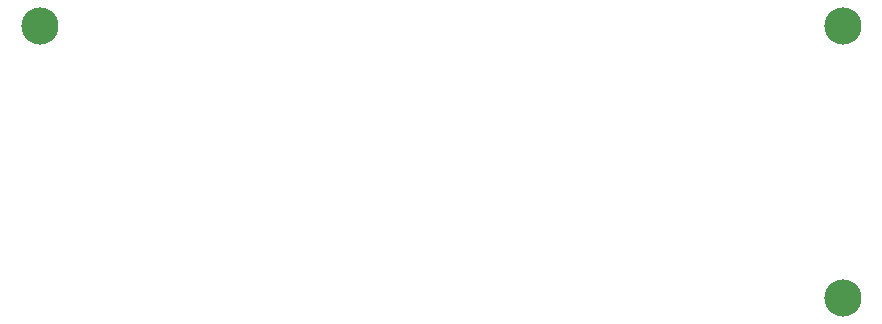
<source format=gbr>
%TF.GenerationSoftware,Altium Limited,Altium Designer,24.0.1 (36)*%
G04 Layer_Color=0*
%FSLAX45Y45*%
%MOMM*%
%TF.SameCoordinates,B6A77970-8F51-4162-B198-D5255F9352F6*%
%TF.FilePolarity,Positive*%
%TF.FileFunction,NonPlated,1,2,NPTH,Drill*%
%TF.Part,Single*%
G01*
G75*
%TA.AperFunction,ComponentDrill*%
%ADD63C,3.15000*%
D63*
X350000Y2650000D02*
D03*
X7150000Y350000D02*
D03*
Y2650000D02*
D03*
%TF.MD5,350f33c594d99f0f32c25e2c75ccb1c1*%
M02*

</source>
